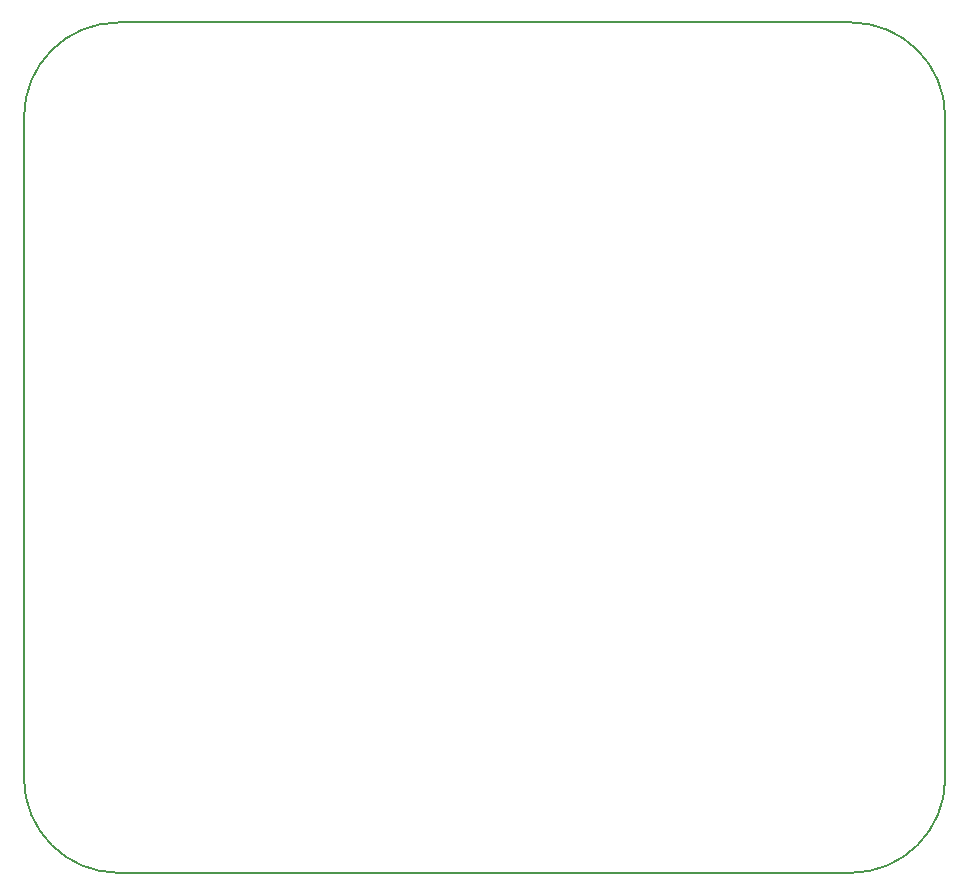
<source format=gbr>
G04 #@! TF.GenerationSoftware,KiCad,Pcbnew,5.0.0*
G04 #@! TF.CreationDate,2018-08-03T19:09:34-04:00*
G04 #@! TF.ProjectId,capacitive,636170616369746976652E6B69636164,rev?*
G04 #@! TF.SameCoordinates,Original*
G04 #@! TF.FileFunction,Profile,NP*
%FSLAX46Y46*%
G04 Gerber Fmt 4.6, Leading zero omitted, Abs format (unit mm)*
G04 Created by KiCad (PCBNEW 5.0.0) date Fri Aug  3 19:09:34 2018*
%MOMM*%
%LPD*%
G01*
G04 APERTURE LIST*
%ADD10C,0.150000*%
G04 APERTURE END LIST*
D10*
X141000000Y-128000000D02*
G75*
G03X149000000Y-120000000I0J8000000D01*
G01*
X71000000Y-120000000D02*
G75*
G03X79000000Y-128000000I8000000J0D01*
G01*
X79000000Y-56000000D02*
G75*
G03X71000000Y-64000000I0J-8000000D01*
G01*
X149000000Y-64000000D02*
G75*
G03X141000000Y-56000000I-8000000J0D01*
G01*
X71000000Y-120000000D02*
X71000000Y-64000000D01*
X141000000Y-128000000D02*
X79000000Y-128000000D01*
X149000000Y-64000000D02*
X149000000Y-120000000D01*
X79000000Y-56000000D02*
X141000000Y-56000000D01*
M02*

</source>
